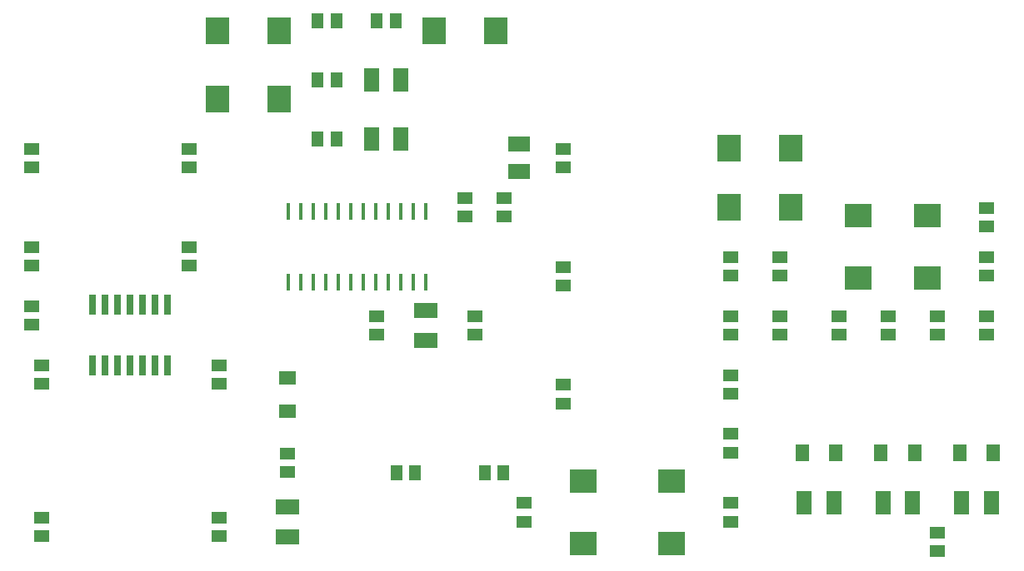
<source format=gtp>
G75*
%MOIN*%
%OFA0B0*%
%FSLAX25Y25*%
%IPPOS*%
%LPD*%
%AMOC8*
5,1,8,0,0,1.08239X$1,22.5*
%
%ADD10R,0.09449X0.11024*%
%ADD11R,0.05906X0.05118*%
%ADD12R,0.05512X0.07087*%
%ADD13R,0.07087X0.05512*%
%ADD14R,0.06299X0.09449*%
%ADD15R,0.09449X0.06299*%
%ADD16R,0.05118X0.05906*%
%ADD17R,0.11024X0.09449*%
%ADD18R,0.01772X0.07087*%
%ADD19R,0.02600X0.08000*%
%ADD20R,0.08661X0.06299*%
D10*
X0296185Y0186539D03*
X0320988Y0186539D03*
X0320988Y0210161D03*
X0296185Y0210161D03*
X0202878Y0257406D03*
X0178075Y0257406D03*
X0116264Y0257406D03*
X0091461Y0257406D03*
X0091461Y0229846D03*
X0116264Y0229846D03*
D11*
X0021185Y0054846D03*
X0021185Y0062327D03*
X0021185Y0115870D03*
X0021185Y0123350D03*
X0017248Y0139492D03*
X0017248Y0146972D03*
X0017248Y0163114D03*
X0017248Y0170594D03*
X0017248Y0202484D03*
X0017248Y0209965D03*
X0080240Y0209965D03*
X0080240Y0202484D03*
X0080240Y0170594D03*
X0080240Y0163114D03*
X0092051Y0123350D03*
X0092051Y0115870D03*
X0119610Y0087917D03*
X0119610Y0080437D03*
X0092051Y0062327D03*
X0092051Y0054846D03*
X0155043Y0135555D03*
X0155043Y0143035D03*
X0194413Y0143035D03*
X0194413Y0135555D03*
X0229846Y0155240D03*
X0229846Y0162720D03*
X0206224Y0182799D03*
X0206224Y0190280D03*
X0190476Y0190280D03*
X0190476Y0182799D03*
X0229846Y0202484D03*
X0229846Y0209965D03*
X0296776Y0166657D03*
X0296776Y0159177D03*
X0316461Y0159177D03*
X0316461Y0166657D03*
X0316461Y0143035D03*
X0316461Y0135555D03*
X0296776Y0135555D03*
X0296776Y0143035D03*
X0296776Y0119413D03*
X0296776Y0111933D03*
X0296776Y0095791D03*
X0296776Y0088311D03*
X0296776Y0068232D03*
X0296776Y0060752D03*
X0229846Y0107996D03*
X0229846Y0115476D03*
X0214098Y0068232D03*
X0214098Y0060752D03*
X0340083Y0135555D03*
X0340083Y0143035D03*
X0359768Y0143035D03*
X0359768Y0135555D03*
X0379453Y0135555D03*
X0379453Y0143035D03*
X0399138Y0143035D03*
X0399138Y0135555D03*
X0399138Y0159177D03*
X0399138Y0166657D03*
X0399138Y0178862D03*
X0399138Y0186343D03*
X0379453Y0056421D03*
X0379453Y0048941D03*
D12*
X0388508Y0088114D03*
X0401894Y0088114D03*
X0370398Y0088114D03*
X0357012Y0088114D03*
X0338902Y0088114D03*
X0325516Y0088114D03*
D13*
X0119610Y0105043D03*
X0119610Y0118429D03*
D14*
X0153075Y0214098D03*
X0164886Y0214098D03*
X0164886Y0237720D03*
X0153075Y0237720D03*
X0326303Y0068429D03*
X0338114Y0068429D03*
X0357799Y0068429D03*
X0369610Y0068429D03*
X0389295Y0068429D03*
X0401106Y0068429D03*
D15*
X0174728Y0133390D03*
X0174728Y0145201D03*
X0119610Y0066461D03*
X0119610Y0054650D03*
D16*
X0163114Y0080240D03*
X0170594Y0080240D03*
X0198547Y0080240D03*
X0206028Y0080240D03*
X0139098Y0214098D03*
X0131618Y0214098D03*
X0131618Y0237720D03*
X0139098Y0237720D03*
X0139098Y0261343D03*
X0131618Y0261343D03*
X0155240Y0261343D03*
X0162720Y0261343D03*
D17*
X0347957Y0183193D03*
X0375516Y0183193D03*
X0375516Y0158390D03*
X0347957Y0158390D03*
X0273154Y0076894D03*
X0273154Y0052091D03*
X0237720Y0052091D03*
X0237720Y0076894D03*
D18*
X0174728Y0156618D03*
X0169728Y0156618D03*
X0164728Y0156618D03*
X0159728Y0156618D03*
X0154728Y0156618D03*
X0149728Y0156618D03*
X0144728Y0156618D03*
X0139728Y0156618D03*
X0134728Y0156618D03*
X0129728Y0156618D03*
X0124728Y0156618D03*
X0119728Y0156618D03*
X0119728Y0184965D03*
X0124728Y0184965D03*
X0129728Y0184965D03*
X0134728Y0184965D03*
X0139728Y0184965D03*
X0144728Y0184965D03*
X0149728Y0184965D03*
X0154728Y0184965D03*
X0159728Y0184965D03*
X0164728Y0184965D03*
X0169728Y0184965D03*
X0174728Y0184965D03*
D19*
X0071618Y0147458D03*
X0066618Y0147458D03*
X0061618Y0147458D03*
X0056618Y0147458D03*
X0051618Y0147458D03*
X0046618Y0147458D03*
X0041618Y0147458D03*
X0041618Y0123258D03*
X0046618Y0123258D03*
X0051618Y0123258D03*
X0056618Y0123258D03*
X0061618Y0123258D03*
X0066618Y0123258D03*
X0071618Y0123258D03*
D20*
X0212327Y0200909D03*
X0212327Y0211933D03*
M02*

</source>
